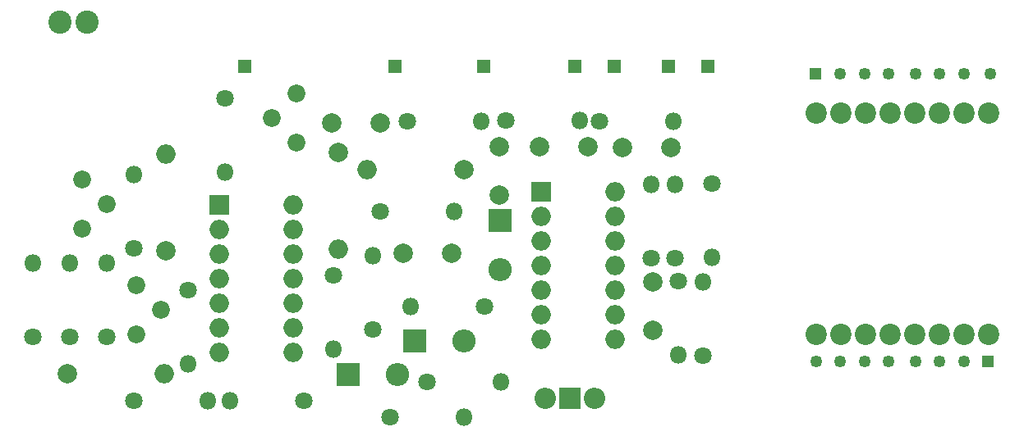
<source format=gts>
G04 #@! TF.FileFunction,Soldermask,Top*
%FSLAX46Y46*%
G04 Gerber Fmt 4.6, Leading zero omitted, Abs format (unit mm)*
G04 Created by KiCad (PCBNEW 4.0.7) date 12/19/17 20:45:30*
%MOMM*%
%LPD*%
G01*
G04 APERTURE LIST*
%ADD10C,0.100000*%
%ADD11C,2.398980*%
%ADD12C,2.200000*%
%ADD13R,2.000000X2.000000*%
%ADD14O,2.000000X2.000000*%
%ADD15C,2.000000*%
%ADD16R,2.400000X2.400000*%
%ADD17O,2.400000X2.400000*%
%ADD18C,1.800000*%
%ADD19O,1.800000X1.800000*%
%ADD20R,1.400000X1.400000*%
%ADD21C,1.840000*%
%ADD22R,1.250000X1.250000*%
%ADD23O,1.250000X1.250000*%
%ADD24R,2.200000X2.200000*%
%ADD25O,2.200000X2.200000*%
G04 APERTURE END LIST*
D10*
D11*
X94996000Y-57912000D03*
X97790000Y-57912000D03*
D12*
X172974000Y-67310000D03*
X175514000Y-67310000D03*
X178054000Y-67310000D03*
X180594000Y-67310000D03*
X183134000Y-67310000D03*
X185674000Y-67310000D03*
X188214000Y-67310000D03*
X190754000Y-67310000D03*
X190754000Y-90170000D03*
X188214000Y-90170000D03*
X185674000Y-90170000D03*
X183134000Y-90170000D03*
X180594000Y-90170000D03*
X178054000Y-90170000D03*
X175514000Y-90170000D03*
X172974000Y-90170000D03*
D13*
X111420000Y-76810000D03*
D14*
X119040000Y-92050000D03*
X111420000Y-79350000D03*
X119040000Y-89510000D03*
X111420000Y-81890000D03*
X119040000Y-86970000D03*
X111420000Y-84430000D03*
X119040000Y-84430000D03*
X111420000Y-86970000D03*
X119040000Y-81890000D03*
X111420000Y-89510000D03*
X119040000Y-79350000D03*
X111420000Y-92050000D03*
X119040000Y-76810000D03*
D13*
X144560000Y-75440000D03*
D14*
X152180000Y-90680000D03*
X144560000Y-77980000D03*
X152180000Y-88140000D03*
X144560000Y-80520000D03*
X152180000Y-85600000D03*
X144560000Y-83060000D03*
X152180000Y-83060000D03*
X144560000Y-85600000D03*
X152180000Y-80520000D03*
X144560000Y-88140000D03*
X152180000Y-77980000D03*
X144560000Y-90680000D03*
X152180000Y-75440000D03*
D15*
X95758000Y-94234000D03*
D14*
X105758000Y-94234000D03*
D15*
X136652000Y-73152000D03*
D14*
X126652000Y-73152000D03*
D15*
X128016000Y-68326000D03*
X123016000Y-68326000D03*
X135382000Y-81788000D03*
X130382000Y-81788000D03*
X140230000Y-75810000D03*
X140230000Y-70810000D03*
X149430000Y-70830000D03*
X144430000Y-70830000D03*
X157960000Y-70900000D03*
X152960000Y-70900000D03*
X156120000Y-84800000D03*
X156120000Y-89800000D03*
X123698000Y-71374000D03*
D14*
X123698000Y-81374000D03*
D15*
X105918000Y-81534000D03*
D14*
X105918000Y-71534000D03*
D16*
X124660000Y-94370000D03*
D17*
X129740000Y-94370000D03*
D16*
X131560000Y-90830000D03*
D17*
X136640000Y-90830000D03*
D16*
X140320000Y-78450000D03*
D17*
X140320000Y-83530000D03*
D18*
X99822000Y-90424000D03*
D19*
X99822000Y-82804000D03*
D18*
X96012000Y-90424000D03*
D19*
X96012000Y-82804000D03*
D18*
X92202000Y-90424000D03*
D19*
X92202000Y-82804000D03*
D18*
X102616000Y-97028000D03*
D19*
X110236000Y-97028000D03*
D18*
X120142000Y-97028000D03*
D19*
X112522000Y-97028000D03*
D18*
X102616000Y-81280000D03*
D19*
X102616000Y-73660000D03*
D18*
X108204000Y-85598000D03*
D19*
X108204000Y-93218000D03*
D18*
X112014000Y-65786000D03*
D19*
X112014000Y-73406000D03*
D18*
X132820000Y-95140000D03*
D19*
X140440000Y-95140000D03*
D18*
X123190000Y-84074000D03*
D19*
X123190000Y-91694000D03*
D18*
X127254000Y-89662000D03*
D19*
X127254000Y-82042000D03*
D18*
X128016000Y-77470000D03*
D19*
X135636000Y-77470000D03*
D18*
X138770000Y-87290000D03*
D19*
X131150000Y-87290000D03*
D18*
X130740000Y-68190000D03*
D19*
X138360000Y-68190000D03*
D18*
X129010000Y-98720000D03*
D19*
X136630000Y-98720000D03*
D18*
X140930000Y-68120000D03*
D19*
X148550000Y-68120000D03*
D18*
X150630000Y-68150000D03*
D19*
X158250000Y-68150000D03*
D18*
X158420000Y-82300000D03*
D19*
X158420000Y-74680000D03*
D18*
X162230000Y-74600000D03*
D19*
X162230000Y-82220000D03*
D18*
X155940000Y-82300000D03*
D19*
X155940000Y-74680000D03*
D18*
X158760000Y-84710000D03*
D19*
X158760000Y-92330000D03*
D18*
X161280000Y-92370000D03*
D19*
X161280000Y-84750000D03*
D20*
X161798000Y-62484000D03*
X157734000Y-62484000D03*
X148082000Y-62484000D03*
D21*
X102870000Y-85090000D03*
X105410000Y-87630000D03*
X102870000Y-90170000D03*
X97282000Y-74168000D03*
X99822000Y-76708000D03*
X97282000Y-79248000D03*
X119380000Y-70358000D03*
X116840000Y-67818000D03*
X119380000Y-65278000D03*
D20*
X152146000Y-62484000D03*
X129540000Y-62484000D03*
X114046000Y-62484000D03*
X138684000Y-62484000D03*
D22*
X172900000Y-63246000D03*
D23*
X175400000Y-63246000D03*
X177900000Y-63246000D03*
X180400000Y-63246000D03*
X183150000Y-63246000D03*
X185650000Y-63246000D03*
X188150000Y-63246000D03*
X190900000Y-63246000D03*
D22*
X190682000Y-92964000D03*
D23*
X188182000Y-92964000D03*
X185682000Y-92964000D03*
X183182000Y-92964000D03*
X180432000Y-92964000D03*
X177932000Y-92964000D03*
X175432000Y-92964000D03*
X172932000Y-92964000D03*
D24*
X147574000Y-96774000D03*
D25*
X150114000Y-96774000D03*
X145034000Y-96774000D03*
M02*

</source>
